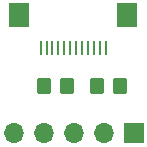
<source format=gbr>
%TF.GenerationSoftware,KiCad,Pcbnew,8.0.7*%
%TF.CreationDate,2025-01-03T17:26:32-07:00*%
%TF.ProjectId,minimal-ffc-i2c,6d696e69-6d61-46c2-9d66-66632d693263,rev?*%
%TF.SameCoordinates,Original*%
%TF.FileFunction,Soldermask,Top*%
%TF.FilePolarity,Negative*%
%FSLAX46Y46*%
G04 Gerber Fmt 4.6, Leading zero omitted, Abs format (unit mm)*
G04 Created by KiCad (PCBNEW 8.0.7) date 2025-01-03 17:26:32*
%MOMM*%
%LPD*%
G01*
G04 APERTURE LIST*
G04 Aperture macros list*
%AMRoundRect*
0 Rectangle with rounded corners*
0 $1 Rounding radius*
0 $2 $3 $4 $5 $6 $7 $8 $9 X,Y pos of 4 corners*
0 Add a 4 corners polygon primitive as box body*
4,1,4,$2,$3,$4,$5,$6,$7,$8,$9,$2,$3,0*
0 Add four circle primitives for the rounded corners*
1,1,$1+$1,$2,$3*
1,1,$1+$1,$4,$5*
1,1,$1+$1,$6,$7*
1,1,$1+$1,$8,$9*
0 Add four rect primitives between the rounded corners*
20,1,$1+$1,$2,$3,$4,$5,0*
20,1,$1+$1,$4,$5,$6,$7,0*
20,1,$1+$1,$6,$7,$8,$9,0*
20,1,$1+$1,$8,$9,$2,$3,0*%
G04 Aperture macros list end*
%ADD10RoundRect,0.250000X-0.350000X-0.450000X0.350000X-0.450000X0.350000X0.450000X-0.350000X0.450000X0*%
%ADD11R,0.280000X1.250000*%
%ADD12R,1.800000X2.000000*%
%ADD13O,1.700000X1.700000*%
%ADD14R,1.700000X1.700000*%
G04 APERTURE END LIST*
D10*
%TO.C,R1*%
X107400000Y-94050000D03*
X109400000Y-94050000D03*
%TD*%
%TO.C,R2*%
X111900000Y-94050000D03*
X113900000Y-94050000D03*
%TD*%
D11*
%TO.C,J2*%
X112650000Y-90774000D03*
X112150000Y-90774000D03*
X111650000Y-90774000D03*
X111150000Y-90774000D03*
X110650000Y-90774000D03*
X110150000Y-90774000D03*
X109650000Y-90774000D03*
X109150000Y-90774000D03*
X108650000Y-90774000D03*
X108150000Y-90774000D03*
X107650000Y-90774000D03*
X107150000Y-90774000D03*
D12*
X105350000Y-88050000D03*
X114450000Y-88050000D03*
%TD*%
D13*
%TO.C,J3*%
X104860000Y-98050000D03*
X107400000Y-98050000D03*
X109940000Y-98050000D03*
X112480000Y-98050000D03*
D14*
X115020000Y-98050000D03*
%TD*%
M02*

</source>
